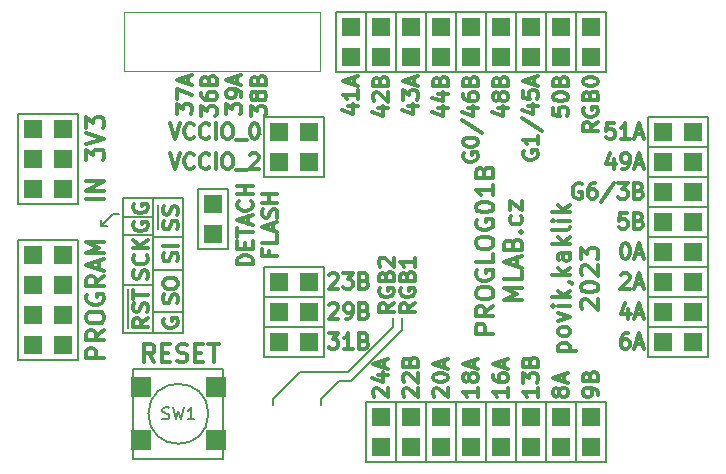
<source format=gbr>
%TF.GenerationSoftware,KiCad,Pcbnew,6.0.10+dfsg-1~bpo11+1*%
%TF.CreationDate,2023-02-19T23:29:16+00:00*%
%TF.ProjectId,PROGLOG01,50524f47-4c4f-4473-9031-2e6b69636164,B*%
%TF.SameCoordinates,Original*%
%TF.FileFunction,Legend,Top*%
%TF.FilePolarity,Positive*%
%FSLAX46Y46*%
G04 Gerber Fmt 4.6, Leading zero omitted, Abs format (unit mm)*
G04 Created by KiCad (PCBNEW 6.0.10+dfsg-1~bpo11+1) date 2023-02-19 23:29:16*
%MOMM*%
%LPD*%
G01*
G04 APERTURE LIST*
%ADD10C,0.200000*%
%ADD11C,0.300000*%
%ADD12C,0.203200*%
%ADD13C,0.050000*%
%ADD14C,0.150000*%
%ADD15C,0.127000*%
%ADD16C,0.120000*%
%ADD17R,1.524000X1.524000*%
%ADD18R,1.676400X1.676400*%
G04 APERTURE END LIST*
D10*
X169926000Y-125730000D02*
X167386000Y-125730000D01*
X190246000Y-129286000D02*
X190246000Y-128524000D01*
X182626000Y-133096000D02*
X182372000Y-133096000D01*
X186436000Y-133096000D02*
X190246000Y-129286000D01*
X182626000Y-133096000D02*
X186182000Y-133096000D01*
X172466000Y-124460000D02*
X169926000Y-124460000D01*
X172466000Y-118364000D02*
X169926000Y-118364000D01*
X169926000Y-118364000D02*
X167386000Y-118364000D01*
X167767000Y-129413000D02*
X167767000Y-126111000D01*
X186690000Y-133858000D02*
X191008000Y-129540000D01*
X191008000Y-129540000D02*
X191008000Y-128524000D01*
X169926000Y-129794000D02*
X169926000Y-118364000D01*
X170307000Y-121031000D02*
X170307000Y-118999000D01*
X186182000Y-133096000D02*
X186436000Y-133096000D01*
X185674000Y-133858000D02*
X184150000Y-135382000D01*
X167386000Y-129794000D02*
X172466000Y-129794000D01*
X169926000Y-120015000D02*
X167386000Y-120015000D01*
X172466000Y-129794000D02*
X172466000Y-118364000D01*
X165481000Y-120777000D02*
X165989000Y-120777000D01*
X166497000Y-119761000D02*
X165481000Y-120777000D01*
X182372000Y-133096000D02*
X180086000Y-135382000D01*
X184150000Y-135382000D02*
X184150000Y-135890000D01*
X165481000Y-120396000D02*
X165481000Y-120269000D01*
X166497000Y-119761000D02*
X167005000Y-119761000D01*
X165989000Y-120777000D02*
X165481000Y-120777000D01*
X167386000Y-118364000D02*
X167386000Y-129794000D01*
X180086000Y-135382000D02*
X180086000Y-135890000D01*
X172466000Y-128016000D02*
X169926000Y-128016000D01*
X185674000Y-133858000D02*
X186690000Y-133858000D01*
X172466000Y-121666000D02*
X169926000Y-121666000D01*
X165481000Y-120777000D02*
X165481000Y-120396000D01*
X169926000Y-121539000D02*
X167386000Y-121539000D01*
D11*
X199111428Y-110800523D02*
X199978095Y-110800523D01*
X198616190Y-111110047D02*
X199544761Y-111419571D01*
X199544761Y-110614809D01*
X199235238Y-109933857D02*
X199173333Y-110057666D01*
X199111428Y-110119571D01*
X198987619Y-110181476D01*
X198925714Y-110181476D01*
X198801904Y-110119571D01*
X198740000Y-110057666D01*
X198678095Y-109933857D01*
X198678095Y-109686238D01*
X198740000Y-109562428D01*
X198801904Y-109500523D01*
X198925714Y-109438619D01*
X198987619Y-109438619D01*
X199111428Y-109500523D01*
X199173333Y-109562428D01*
X199235238Y-109686238D01*
X199235238Y-109933857D01*
X199297142Y-110057666D01*
X199359047Y-110119571D01*
X199482857Y-110181476D01*
X199730476Y-110181476D01*
X199854285Y-110119571D01*
X199916190Y-110057666D01*
X199978095Y-109933857D01*
X199978095Y-109686238D01*
X199916190Y-109562428D01*
X199854285Y-109500523D01*
X199730476Y-109438619D01*
X199482857Y-109438619D01*
X199359047Y-109500523D01*
X199297142Y-109562428D01*
X199235238Y-109686238D01*
X199297142Y-108448142D02*
X199359047Y-108262428D01*
X199420952Y-108200523D01*
X199544761Y-108138619D01*
X199730476Y-108138619D01*
X199854285Y-108200523D01*
X199916190Y-108262428D01*
X199978095Y-108386238D01*
X199978095Y-108881476D01*
X198678095Y-108881476D01*
X198678095Y-108448142D01*
X198740000Y-108324333D01*
X198801904Y-108262428D01*
X198925714Y-108200523D01*
X199049523Y-108200523D01*
X199173333Y-108262428D01*
X199235238Y-108324333D01*
X199297142Y-108448142D01*
X199297142Y-108881476D01*
X204211071Y-131364857D02*
X205711071Y-131364857D01*
X204282500Y-131364857D02*
X204211071Y-131222000D01*
X204211071Y-130936285D01*
X204282500Y-130793428D01*
X204353928Y-130722000D01*
X204496785Y-130650571D01*
X204925357Y-130650571D01*
X205068214Y-130722000D01*
X205139642Y-130793428D01*
X205211071Y-130936285D01*
X205211071Y-131222000D01*
X205139642Y-131364857D01*
X205211071Y-129793428D02*
X205139642Y-129936285D01*
X205068214Y-130007714D01*
X204925357Y-130079142D01*
X204496785Y-130079142D01*
X204353928Y-130007714D01*
X204282500Y-129936285D01*
X204211071Y-129793428D01*
X204211071Y-129579142D01*
X204282500Y-129436285D01*
X204353928Y-129364857D01*
X204496785Y-129293428D01*
X204925357Y-129293428D01*
X205068214Y-129364857D01*
X205139642Y-129436285D01*
X205211071Y-129579142D01*
X205211071Y-129793428D01*
X204211071Y-128793428D02*
X205211071Y-128436285D01*
X204211071Y-128079142D01*
X205211071Y-127507714D02*
X204211071Y-127507714D01*
X203711071Y-127507714D02*
X203782500Y-127579142D01*
X203853928Y-127507714D01*
X203782500Y-127436285D01*
X203711071Y-127507714D01*
X203853928Y-127507714D01*
X205211071Y-126793428D02*
X203711071Y-126793428D01*
X204639642Y-126650571D02*
X205211071Y-126222000D01*
X204211071Y-126222000D02*
X204782500Y-126793428D01*
X205139642Y-125507714D02*
X205211071Y-125507714D01*
X205353928Y-125579142D01*
X205425357Y-125650571D01*
X205211071Y-124864857D02*
X203711071Y-124864857D01*
X204639642Y-124722000D02*
X205211071Y-124293428D01*
X204211071Y-124293428D02*
X204782500Y-124864857D01*
X205211071Y-123007714D02*
X204425357Y-123007714D01*
X204282500Y-123079142D01*
X204211071Y-123222000D01*
X204211071Y-123507714D01*
X204282500Y-123650571D01*
X205139642Y-123007714D02*
X205211071Y-123150571D01*
X205211071Y-123507714D01*
X205139642Y-123650571D01*
X204996785Y-123722000D01*
X204853928Y-123722000D01*
X204711071Y-123650571D01*
X204639642Y-123507714D01*
X204639642Y-123150571D01*
X204568214Y-123007714D01*
X205211071Y-122293428D02*
X203711071Y-122293428D01*
X204639642Y-122150571D02*
X205211071Y-121722000D01*
X204211071Y-121722000D02*
X204782500Y-122293428D01*
X205211071Y-120864857D02*
X205139642Y-121007714D01*
X204996785Y-121079142D01*
X203711071Y-121079142D01*
X205211071Y-120293428D02*
X204211071Y-120293428D01*
X203711071Y-120293428D02*
X203782500Y-120364857D01*
X203853928Y-120293428D01*
X203782500Y-120222000D01*
X203711071Y-120293428D01*
X203853928Y-120293428D01*
X205211071Y-119579142D02*
X203711071Y-119579142D01*
X204639642Y-119436285D02*
X205211071Y-119007714D01*
X204211071Y-119007714D02*
X204782500Y-119579142D01*
X206268928Y-127793428D02*
X206197500Y-127722000D01*
X206126071Y-127579142D01*
X206126071Y-127222000D01*
X206197500Y-127079142D01*
X206268928Y-127007714D01*
X206411785Y-126936285D01*
X206554642Y-126936285D01*
X206768928Y-127007714D01*
X207626071Y-127864857D01*
X207626071Y-126936285D01*
X206126071Y-126007714D02*
X206126071Y-125864857D01*
X206197500Y-125722000D01*
X206268928Y-125650571D01*
X206411785Y-125579142D01*
X206697500Y-125507714D01*
X207054642Y-125507714D01*
X207340357Y-125579142D01*
X207483214Y-125650571D01*
X207554642Y-125722000D01*
X207626071Y-125864857D01*
X207626071Y-126007714D01*
X207554642Y-126150571D01*
X207483214Y-126222000D01*
X207340357Y-126293428D01*
X207054642Y-126364857D01*
X206697500Y-126364857D01*
X206411785Y-126293428D01*
X206268928Y-126222000D01*
X206197500Y-126150571D01*
X206126071Y-126007714D01*
X206268928Y-124936285D02*
X206197500Y-124864857D01*
X206126071Y-124722000D01*
X206126071Y-124364857D01*
X206197500Y-124222000D01*
X206268928Y-124150571D01*
X206411785Y-124079142D01*
X206554642Y-124079142D01*
X206768928Y-124150571D01*
X207626071Y-125007714D01*
X207626071Y-124079142D01*
X206126071Y-123579142D02*
X206126071Y-122650571D01*
X206697500Y-123150571D01*
X206697500Y-122936285D01*
X206768928Y-122793428D01*
X206840357Y-122722000D01*
X206983214Y-122650571D01*
X207340357Y-122650571D01*
X207483214Y-122722000D01*
X207554642Y-122793428D01*
X207626071Y-122936285D01*
X207626071Y-123364857D01*
X207554642Y-123507714D01*
X207483214Y-123579142D01*
X208979095Y-112064095D02*
X208360047Y-112064095D01*
X208298142Y-112683142D01*
X208360047Y-112621238D01*
X208483857Y-112559333D01*
X208793380Y-112559333D01*
X208917190Y-112621238D01*
X208979095Y-112683142D01*
X209041000Y-112806952D01*
X209041000Y-113116476D01*
X208979095Y-113240285D01*
X208917190Y-113302190D01*
X208793380Y-113364095D01*
X208483857Y-113364095D01*
X208360047Y-113302190D01*
X208298142Y-113240285D01*
X210279095Y-113364095D02*
X209536238Y-113364095D01*
X209907666Y-113364095D02*
X209907666Y-112064095D01*
X209783857Y-112249809D01*
X209660047Y-112373619D01*
X209536238Y-112435523D01*
X210774333Y-112992666D02*
X211393380Y-112992666D01*
X210650523Y-113364095D02*
X211083857Y-112064095D01*
X211517190Y-113364095D01*
X184784714Y-129844095D02*
X185589476Y-129844095D01*
X185156142Y-130339333D01*
X185341857Y-130339333D01*
X185465666Y-130401238D01*
X185527571Y-130463142D01*
X185589476Y-130586952D01*
X185589476Y-130896476D01*
X185527571Y-131020285D01*
X185465666Y-131082190D01*
X185341857Y-131144095D01*
X184970428Y-131144095D01*
X184846619Y-131082190D01*
X184784714Y-131020285D01*
X186827571Y-131144095D02*
X186084714Y-131144095D01*
X186456142Y-131144095D02*
X186456142Y-129844095D01*
X186332333Y-130029809D01*
X186208523Y-130153619D01*
X186084714Y-130215523D01*
X187818047Y-130463142D02*
X188003761Y-130525047D01*
X188065666Y-130586952D01*
X188127571Y-130710761D01*
X188127571Y-130896476D01*
X188065666Y-131020285D01*
X188003761Y-131082190D01*
X187879952Y-131144095D01*
X187384714Y-131144095D01*
X187384714Y-129844095D01*
X187818047Y-129844095D01*
X187941857Y-129906000D01*
X188003761Y-129967904D01*
X188065666Y-130091714D01*
X188065666Y-130215523D01*
X188003761Y-130339333D01*
X187941857Y-130401238D01*
X187818047Y-130463142D01*
X187384714Y-130463142D01*
X210031476Y-119684095D02*
X209412428Y-119684095D01*
X209350523Y-120303142D01*
X209412428Y-120241238D01*
X209536238Y-120179333D01*
X209845761Y-120179333D01*
X209969571Y-120241238D01*
X210031476Y-120303142D01*
X210093380Y-120426952D01*
X210093380Y-120736476D01*
X210031476Y-120860285D01*
X209969571Y-120922190D01*
X209845761Y-120984095D01*
X209536238Y-120984095D01*
X209412428Y-120922190D01*
X209350523Y-120860285D01*
X211083857Y-120303142D02*
X211269571Y-120365047D01*
X211331476Y-120426952D01*
X211393380Y-120550761D01*
X211393380Y-120736476D01*
X211331476Y-120860285D01*
X211269571Y-120922190D01*
X211145761Y-120984095D01*
X210650523Y-120984095D01*
X210650523Y-119684095D01*
X211083857Y-119684095D01*
X211207666Y-119746000D01*
X211269571Y-119807904D01*
X211331476Y-119931714D01*
X211331476Y-120055523D01*
X211269571Y-120179333D01*
X211207666Y-120241238D01*
X211083857Y-120303142D01*
X210650523Y-120303142D01*
X210155285Y-129844095D02*
X209907666Y-129844095D01*
X209783857Y-129906000D01*
X209721952Y-129967904D01*
X209598142Y-130153619D01*
X209536238Y-130401238D01*
X209536238Y-130896476D01*
X209598142Y-131020285D01*
X209660047Y-131082190D01*
X209783857Y-131144095D01*
X210031476Y-131144095D01*
X210155285Y-131082190D01*
X210217190Y-131020285D01*
X210279095Y-130896476D01*
X210279095Y-130586952D01*
X210217190Y-130463142D01*
X210155285Y-130401238D01*
X210031476Y-130339333D01*
X209783857Y-130339333D01*
X209660047Y-130401238D01*
X209598142Y-130463142D01*
X209536238Y-130586952D01*
X210774333Y-130772666D02*
X211393380Y-130772666D01*
X210650523Y-131144095D02*
X211083857Y-129844095D01*
X211517190Y-131144095D01*
X184846619Y-124887904D02*
X184908523Y-124826000D01*
X185032333Y-124764095D01*
X185341857Y-124764095D01*
X185465666Y-124826000D01*
X185527571Y-124887904D01*
X185589476Y-125011714D01*
X185589476Y-125135523D01*
X185527571Y-125321238D01*
X184784714Y-126064095D01*
X185589476Y-126064095D01*
X186022809Y-124764095D02*
X186827571Y-124764095D01*
X186394238Y-125259333D01*
X186579952Y-125259333D01*
X186703761Y-125321238D01*
X186765666Y-125383142D01*
X186827571Y-125506952D01*
X186827571Y-125816476D01*
X186765666Y-125940285D01*
X186703761Y-126002190D01*
X186579952Y-126064095D01*
X186208523Y-126064095D01*
X186084714Y-126002190D01*
X186022809Y-125940285D01*
X187818047Y-125383142D02*
X188003761Y-125445047D01*
X188065666Y-125506952D01*
X188127571Y-125630761D01*
X188127571Y-125816476D01*
X188065666Y-125940285D01*
X188003761Y-126002190D01*
X187879952Y-126064095D01*
X187384714Y-126064095D01*
X187384714Y-124764095D01*
X187818047Y-124764095D01*
X187941857Y-124826000D01*
X188003761Y-124887904D01*
X188065666Y-125011714D01*
X188065666Y-125135523D01*
X188003761Y-125259333D01*
X187941857Y-125321238D01*
X187818047Y-125383142D01*
X187384714Y-125383142D01*
X191491428Y-110614809D02*
X192358095Y-110614809D01*
X190996190Y-110924333D02*
X191924761Y-111233857D01*
X191924761Y-110429095D01*
X191058095Y-110057666D02*
X191058095Y-109252904D01*
X191553333Y-109686238D01*
X191553333Y-109500523D01*
X191615238Y-109376714D01*
X191677142Y-109314809D01*
X191800952Y-109252904D01*
X192110476Y-109252904D01*
X192234285Y-109314809D01*
X192296190Y-109376714D01*
X192358095Y-109500523D01*
X192358095Y-109871952D01*
X192296190Y-109995761D01*
X192234285Y-110057666D01*
X191986666Y-108757666D02*
X191986666Y-108138619D01*
X192358095Y-108881476D02*
X191058095Y-108448142D01*
X192358095Y-108014809D01*
X165778571Y-131928571D02*
X164278571Y-131928571D01*
X164278571Y-131357142D01*
X164350000Y-131214285D01*
X164421428Y-131142857D01*
X164564285Y-131071428D01*
X164778571Y-131071428D01*
X164921428Y-131142857D01*
X164992857Y-131214285D01*
X165064285Y-131357142D01*
X165064285Y-131928571D01*
X165778571Y-129571428D02*
X165064285Y-130071428D01*
X165778571Y-130428571D02*
X164278571Y-130428571D01*
X164278571Y-129857142D01*
X164350000Y-129714285D01*
X164421428Y-129642857D01*
X164564285Y-129571428D01*
X164778571Y-129571428D01*
X164921428Y-129642857D01*
X164992857Y-129714285D01*
X165064285Y-129857142D01*
X165064285Y-130428571D01*
X164278571Y-128642857D02*
X164278571Y-128357142D01*
X164350000Y-128214285D01*
X164492857Y-128071428D01*
X164778571Y-128000000D01*
X165278571Y-128000000D01*
X165564285Y-128071428D01*
X165707142Y-128214285D01*
X165778571Y-128357142D01*
X165778571Y-128642857D01*
X165707142Y-128785714D01*
X165564285Y-128928571D01*
X165278571Y-129000000D01*
X164778571Y-129000000D01*
X164492857Y-128928571D01*
X164350000Y-128785714D01*
X164278571Y-128642857D01*
X164350000Y-126571428D02*
X164278571Y-126714285D01*
X164278571Y-126928571D01*
X164350000Y-127142857D01*
X164492857Y-127285714D01*
X164635714Y-127357142D01*
X164921428Y-127428571D01*
X165135714Y-127428571D01*
X165421428Y-127357142D01*
X165564285Y-127285714D01*
X165707142Y-127142857D01*
X165778571Y-126928571D01*
X165778571Y-126785714D01*
X165707142Y-126571428D01*
X165635714Y-126500000D01*
X165135714Y-126500000D01*
X165135714Y-126785714D01*
X165778571Y-125000000D02*
X165064285Y-125500000D01*
X165778571Y-125857142D02*
X164278571Y-125857142D01*
X164278571Y-125285714D01*
X164350000Y-125142857D01*
X164421428Y-125071428D01*
X164564285Y-125000000D01*
X164778571Y-125000000D01*
X164921428Y-125071428D01*
X164992857Y-125142857D01*
X165064285Y-125285714D01*
X165064285Y-125857142D01*
X165350000Y-124428571D02*
X165350000Y-123714285D01*
X165778571Y-124571428D02*
X164278571Y-124071428D01*
X165778571Y-123571428D01*
X165778571Y-123071428D02*
X164278571Y-123071428D01*
X165350000Y-122571428D01*
X164278571Y-122071428D01*
X165778571Y-122071428D01*
X171916595Y-111232261D02*
X171916595Y-110427500D01*
X172411833Y-110860833D01*
X172411833Y-110675119D01*
X172473738Y-110551309D01*
X172535642Y-110489404D01*
X172659452Y-110427500D01*
X172968976Y-110427500D01*
X173092785Y-110489404D01*
X173154690Y-110551309D01*
X173216595Y-110675119D01*
X173216595Y-111046547D01*
X173154690Y-111170357D01*
X173092785Y-111232261D01*
X171916595Y-109994166D02*
X171916595Y-109127500D01*
X173216595Y-109684642D01*
X172845166Y-108694166D02*
X172845166Y-108075119D01*
X173216595Y-108817976D02*
X171916595Y-108384642D01*
X173216595Y-107951309D01*
X174009595Y-111417976D02*
X174009595Y-110613214D01*
X174504833Y-111046547D01*
X174504833Y-110860833D01*
X174566738Y-110737023D01*
X174628642Y-110675119D01*
X174752452Y-110613214D01*
X175061976Y-110613214D01*
X175185785Y-110675119D01*
X175247690Y-110737023D01*
X175309595Y-110860833D01*
X175309595Y-111232261D01*
X175247690Y-111356071D01*
X175185785Y-111417976D01*
X174009595Y-109498928D02*
X174009595Y-109746547D01*
X174071500Y-109870357D01*
X174133404Y-109932261D01*
X174319119Y-110056071D01*
X174566738Y-110117976D01*
X175061976Y-110117976D01*
X175185785Y-110056071D01*
X175247690Y-109994166D01*
X175309595Y-109870357D01*
X175309595Y-109622738D01*
X175247690Y-109498928D01*
X175185785Y-109437023D01*
X175061976Y-109375119D01*
X174752452Y-109375119D01*
X174628642Y-109437023D01*
X174566738Y-109498928D01*
X174504833Y-109622738D01*
X174504833Y-109870357D01*
X174566738Y-109994166D01*
X174628642Y-110056071D01*
X174752452Y-110117976D01*
X174628642Y-108384642D02*
X174690547Y-108198928D01*
X174752452Y-108137023D01*
X174876261Y-108075119D01*
X175061976Y-108075119D01*
X175185785Y-108137023D01*
X175247690Y-108198928D01*
X175309595Y-108322738D01*
X175309595Y-108817976D01*
X174009595Y-108817976D01*
X174009595Y-108384642D01*
X174071500Y-108260833D01*
X174133404Y-108198928D01*
X174257214Y-108137023D01*
X174381023Y-108137023D01*
X174504833Y-108198928D01*
X174566738Y-108260833D01*
X174628642Y-108384642D01*
X174628642Y-108817976D01*
X176102595Y-111232261D02*
X176102595Y-110427500D01*
X176597833Y-110860833D01*
X176597833Y-110675119D01*
X176659738Y-110551309D01*
X176721642Y-110489404D01*
X176845452Y-110427500D01*
X177154976Y-110427500D01*
X177278785Y-110489404D01*
X177340690Y-110551309D01*
X177402595Y-110675119D01*
X177402595Y-111046547D01*
X177340690Y-111170357D01*
X177278785Y-111232261D01*
X177402595Y-109808452D02*
X177402595Y-109560833D01*
X177340690Y-109437023D01*
X177278785Y-109375119D01*
X177093071Y-109251309D01*
X176845452Y-109189404D01*
X176350214Y-109189404D01*
X176226404Y-109251309D01*
X176164500Y-109313214D01*
X176102595Y-109437023D01*
X176102595Y-109684642D01*
X176164500Y-109808452D01*
X176226404Y-109870357D01*
X176350214Y-109932261D01*
X176659738Y-109932261D01*
X176783547Y-109870357D01*
X176845452Y-109808452D01*
X176907357Y-109684642D01*
X176907357Y-109437023D01*
X176845452Y-109313214D01*
X176783547Y-109251309D01*
X176659738Y-109189404D01*
X177031166Y-108694166D02*
X177031166Y-108075119D01*
X177402595Y-108817976D02*
X176102595Y-108384642D01*
X177402595Y-107951309D01*
X178195595Y-111417976D02*
X178195595Y-110613214D01*
X178690833Y-111046547D01*
X178690833Y-110860833D01*
X178752738Y-110737023D01*
X178814642Y-110675119D01*
X178938452Y-110613214D01*
X179247976Y-110613214D01*
X179371785Y-110675119D01*
X179433690Y-110737023D01*
X179495595Y-110860833D01*
X179495595Y-111232261D01*
X179433690Y-111356071D01*
X179371785Y-111417976D01*
X178752738Y-109870357D02*
X178690833Y-109994166D01*
X178628928Y-110056071D01*
X178505119Y-110117976D01*
X178443214Y-110117976D01*
X178319404Y-110056071D01*
X178257500Y-109994166D01*
X178195595Y-109870357D01*
X178195595Y-109622738D01*
X178257500Y-109498928D01*
X178319404Y-109437023D01*
X178443214Y-109375119D01*
X178505119Y-109375119D01*
X178628928Y-109437023D01*
X178690833Y-109498928D01*
X178752738Y-109622738D01*
X178752738Y-109870357D01*
X178814642Y-109994166D01*
X178876547Y-110056071D01*
X179000357Y-110117976D01*
X179247976Y-110117976D01*
X179371785Y-110056071D01*
X179433690Y-109994166D01*
X179495595Y-109870357D01*
X179495595Y-109622738D01*
X179433690Y-109498928D01*
X179371785Y-109437023D01*
X179247976Y-109375119D01*
X179000357Y-109375119D01*
X178876547Y-109437023D01*
X178814642Y-109498928D01*
X178752738Y-109622738D01*
X178814642Y-108384642D02*
X178876547Y-108198928D01*
X178938452Y-108137023D01*
X179062261Y-108075119D01*
X179247976Y-108075119D01*
X179371785Y-108137023D01*
X179433690Y-108198928D01*
X179495595Y-108322738D01*
X179495595Y-108817976D01*
X178195595Y-108817976D01*
X178195595Y-108384642D01*
X178257500Y-108260833D01*
X178319404Y-108198928D01*
X178443214Y-108137023D01*
X178567023Y-108137023D01*
X178690833Y-108198928D01*
X178752738Y-108260833D01*
X178814642Y-108384642D01*
X178814642Y-108817976D01*
X188641904Y-135193380D02*
X188580000Y-135131476D01*
X188518095Y-135007666D01*
X188518095Y-134698142D01*
X188580000Y-134574333D01*
X188641904Y-134512428D01*
X188765714Y-134450523D01*
X188889523Y-134450523D01*
X189075238Y-134512428D01*
X189818095Y-135255285D01*
X189818095Y-134450523D01*
X188951428Y-133336238D02*
X189818095Y-133336238D01*
X188456190Y-133645761D02*
X189384761Y-133955285D01*
X189384761Y-133150523D01*
X189446666Y-132717190D02*
X189446666Y-132098142D01*
X189818095Y-132841000D02*
X188518095Y-132407666D01*
X189818095Y-131974333D01*
X204315238Y-134945761D02*
X204253333Y-135069571D01*
X204191428Y-135131476D01*
X204067619Y-135193380D01*
X204005714Y-135193380D01*
X203881904Y-135131476D01*
X203820000Y-135069571D01*
X203758095Y-134945761D01*
X203758095Y-134698142D01*
X203820000Y-134574333D01*
X203881904Y-134512428D01*
X204005714Y-134450523D01*
X204067619Y-134450523D01*
X204191428Y-134512428D01*
X204253333Y-134574333D01*
X204315238Y-134698142D01*
X204315238Y-134945761D01*
X204377142Y-135069571D01*
X204439047Y-135131476D01*
X204562857Y-135193380D01*
X204810476Y-135193380D01*
X204934285Y-135131476D01*
X204996190Y-135069571D01*
X205058095Y-134945761D01*
X205058095Y-134698142D01*
X204996190Y-134574333D01*
X204934285Y-134512428D01*
X204810476Y-134450523D01*
X204562857Y-134450523D01*
X204439047Y-134512428D01*
X204377142Y-134574333D01*
X204315238Y-134698142D01*
X204686666Y-133955285D02*
X204686666Y-133336238D01*
X205058095Y-134079095D02*
X203758095Y-133645761D01*
X205058095Y-133212428D01*
X209536238Y-124887904D02*
X209598142Y-124826000D01*
X209721952Y-124764095D01*
X210031476Y-124764095D01*
X210155285Y-124826000D01*
X210217190Y-124887904D01*
X210279095Y-125011714D01*
X210279095Y-125135523D01*
X210217190Y-125321238D01*
X209474333Y-126064095D01*
X210279095Y-126064095D01*
X210774333Y-125692666D02*
X211393380Y-125692666D01*
X210650523Y-126064095D02*
X211083857Y-124764095D01*
X211517190Y-126064095D01*
X171976190Y-123743952D02*
X172038095Y-123558238D01*
X172038095Y-123248714D01*
X171976190Y-123124904D01*
X171914285Y-123063000D01*
X171790476Y-123001095D01*
X171666666Y-123001095D01*
X171542857Y-123063000D01*
X171480952Y-123124904D01*
X171419047Y-123248714D01*
X171357142Y-123496333D01*
X171295238Y-123620142D01*
X171233333Y-123682047D01*
X171109523Y-123743952D01*
X170985714Y-123743952D01*
X170861904Y-123682047D01*
X170800000Y-123620142D01*
X170738095Y-123496333D01*
X170738095Y-123186809D01*
X170800000Y-123001095D01*
X172038095Y-122443952D02*
X170738095Y-122443952D01*
X171329000Y-112064095D02*
X171762333Y-113364095D01*
X172195666Y-112064095D01*
X173371857Y-113240285D02*
X173309952Y-113302190D01*
X173124238Y-113364095D01*
X173000428Y-113364095D01*
X172814714Y-113302190D01*
X172690904Y-113178380D01*
X172629000Y-113054571D01*
X172567095Y-112806952D01*
X172567095Y-112621238D01*
X172629000Y-112373619D01*
X172690904Y-112249809D01*
X172814714Y-112126000D01*
X173000428Y-112064095D01*
X173124238Y-112064095D01*
X173309952Y-112126000D01*
X173371857Y-112187904D01*
X174671857Y-113240285D02*
X174609952Y-113302190D01*
X174424238Y-113364095D01*
X174300428Y-113364095D01*
X174114714Y-113302190D01*
X173990904Y-113178380D01*
X173929000Y-113054571D01*
X173867095Y-112806952D01*
X173867095Y-112621238D01*
X173929000Y-112373619D01*
X173990904Y-112249809D01*
X174114714Y-112126000D01*
X174300428Y-112064095D01*
X174424238Y-112064095D01*
X174609952Y-112126000D01*
X174671857Y-112187904D01*
X175229000Y-113364095D02*
X175229000Y-112064095D01*
X176095666Y-112064095D02*
X176343285Y-112064095D01*
X176467095Y-112126000D01*
X176590904Y-112249809D01*
X176652809Y-112497428D01*
X176652809Y-112930761D01*
X176590904Y-113178380D01*
X176467095Y-113302190D01*
X176343285Y-113364095D01*
X176095666Y-113364095D01*
X175971857Y-113302190D01*
X175848047Y-113178380D01*
X175786142Y-112930761D01*
X175786142Y-112497428D01*
X175848047Y-112249809D01*
X175971857Y-112126000D01*
X176095666Y-112064095D01*
X176900428Y-113487904D02*
X177890904Y-113487904D01*
X178448047Y-112064095D02*
X178571857Y-112064095D01*
X178695666Y-112126000D01*
X178757571Y-112187904D01*
X178819476Y-112311714D01*
X178881380Y-112559333D01*
X178881380Y-112868857D01*
X178819476Y-113116476D01*
X178757571Y-113240285D01*
X178695666Y-113302190D01*
X178571857Y-113364095D01*
X178448047Y-113364095D01*
X178324238Y-113302190D01*
X178262333Y-113240285D01*
X178200428Y-113116476D01*
X178138523Y-112868857D01*
X178138523Y-112559333D01*
X178200428Y-112311714D01*
X178262333Y-112187904D01*
X178324238Y-112126000D01*
X178448047Y-112064095D01*
X165778571Y-118490571D02*
X164278571Y-118490571D01*
X165778571Y-117776285D02*
X164278571Y-117776285D01*
X165778571Y-116919142D01*
X164278571Y-116919142D01*
X164278571Y-115204857D02*
X164278571Y-114276285D01*
X164850000Y-114776285D01*
X164850000Y-114562000D01*
X164921428Y-114419142D01*
X164992857Y-114347714D01*
X165135714Y-114276285D01*
X165492857Y-114276285D01*
X165635714Y-114347714D01*
X165707142Y-114419142D01*
X165778571Y-114562000D01*
X165778571Y-114990571D01*
X165707142Y-115133428D01*
X165635714Y-115204857D01*
X164278571Y-113847714D02*
X165778571Y-113347714D01*
X164278571Y-112847714D01*
X164278571Y-112490571D02*
X164278571Y-111562000D01*
X164850000Y-112062000D01*
X164850000Y-111847714D01*
X164921428Y-111704857D01*
X164992857Y-111633428D01*
X165135714Y-111562000D01*
X165492857Y-111562000D01*
X165635714Y-111633428D01*
X165707142Y-111704857D01*
X165778571Y-111847714D01*
X165778571Y-112276285D01*
X165707142Y-112419142D01*
X165635714Y-112490571D01*
X207598095Y-111976714D02*
X206979047Y-112410047D01*
X207598095Y-112719571D02*
X206298095Y-112719571D01*
X206298095Y-112224333D01*
X206360000Y-112100523D01*
X206421904Y-112038619D01*
X206545714Y-111976714D01*
X206731428Y-111976714D01*
X206855238Y-112038619D01*
X206917142Y-112100523D01*
X206979047Y-112224333D01*
X206979047Y-112719571D01*
X206360000Y-110738619D02*
X206298095Y-110862428D01*
X206298095Y-111048142D01*
X206360000Y-111233857D01*
X206483809Y-111357666D01*
X206607619Y-111419571D01*
X206855238Y-111481476D01*
X207040952Y-111481476D01*
X207288571Y-111419571D01*
X207412380Y-111357666D01*
X207536190Y-111233857D01*
X207598095Y-111048142D01*
X207598095Y-110924333D01*
X207536190Y-110738619D01*
X207474285Y-110676714D01*
X207040952Y-110676714D01*
X207040952Y-110924333D01*
X206917142Y-109686238D02*
X206979047Y-109500523D01*
X207040952Y-109438619D01*
X207164761Y-109376714D01*
X207350476Y-109376714D01*
X207474285Y-109438619D01*
X207536190Y-109500523D01*
X207598095Y-109624333D01*
X207598095Y-110119571D01*
X206298095Y-110119571D01*
X206298095Y-109686238D01*
X206360000Y-109562428D01*
X206421904Y-109500523D01*
X206545714Y-109438619D01*
X206669523Y-109438619D01*
X206793333Y-109500523D01*
X206855238Y-109562428D01*
X206917142Y-109686238D01*
X206917142Y-110119571D01*
X206298095Y-108571952D02*
X206298095Y-108448142D01*
X206360000Y-108324333D01*
X206421904Y-108262428D01*
X206545714Y-108200523D01*
X206793333Y-108138619D01*
X207102857Y-108138619D01*
X207350476Y-108200523D01*
X207474285Y-108262428D01*
X207536190Y-108324333D01*
X207598095Y-108448142D01*
X207598095Y-108571952D01*
X207536190Y-108695761D01*
X207474285Y-108757666D01*
X207350476Y-108819571D01*
X207102857Y-108881476D01*
X206793333Y-108881476D01*
X206545714Y-108819571D01*
X206421904Y-108757666D01*
X206360000Y-108695761D01*
X206298095Y-108571952D01*
X199978095Y-134450523D02*
X199978095Y-135193380D01*
X199978095Y-134821952D02*
X198678095Y-134821952D01*
X198863809Y-134945761D01*
X198987619Y-135069571D01*
X199049523Y-135193380D01*
X198678095Y-133336238D02*
X198678095Y-133583857D01*
X198740000Y-133707666D01*
X198801904Y-133769571D01*
X198987619Y-133893380D01*
X199235238Y-133955285D01*
X199730476Y-133955285D01*
X199854285Y-133893380D01*
X199916190Y-133831476D01*
X199978095Y-133707666D01*
X199978095Y-133460047D01*
X199916190Y-133336238D01*
X199854285Y-133274333D01*
X199730476Y-133212428D01*
X199420952Y-133212428D01*
X199297142Y-133274333D01*
X199235238Y-133336238D01*
X199173333Y-133460047D01*
X199173333Y-133707666D01*
X199235238Y-133831476D01*
X199297142Y-133893380D01*
X199420952Y-133955285D01*
X199606666Y-132717190D02*
X199606666Y-132098142D01*
X199978095Y-132841000D02*
X198678095Y-132407666D01*
X199978095Y-131974333D01*
X207598095Y-135069571D02*
X207598095Y-134821952D01*
X207536190Y-134698142D01*
X207474285Y-134636238D01*
X207288571Y-134512428D01*
X207040952Y-134450523D01*
X206545714Y-134450523D01*
X206421904Y-134512428D01*
X206360000Y-134574333D01*
X206298095Y-134698142D01*
X206298095Y-134945761D01*
X206360000Y-135069571D01*
X206421904Y-135131476D01*
X206545714Y-135193380D01*
X206855238Y-135193380D01*
X206979047Y-135131476D01*
X207040952Y-135069571D01*
X207102857Y-134945761D01*
X207102857Y-134698142D01*
X207040952Y-134574333D01*
X206979047Y-134512428D01*
X206855238Y-134450523D01*
X206917142Y-133460047D02*
X206979047Y-133274333D01*
X207040952Y-133212428D01*
X207164761Y-133150523D01*
X207350476Y-133150523D01*
X207474285Y-133212428D01*
X207536190Y-133274333D01*
X207598095Y-133398142D01*
X207598095Y-133893380D01*
X206298095Y-133893380D01*
X206298095Y-133460047D01*
X206360000Y-133336238D01*
X206421904Y-133274333D01*
X206545714Y-133212428D01*
X206669523Y-133212428D01*
X206793333Y-133274333D01*
X206855238Y-133336238D01*
X206917142Y-133460047D01*
X206917142Y-133893380D01*
X198734071Y-129872500D02*
X197234071Y-129872500D01*
X197234071Y-129301071D01*
X197305500Y-129158214D01*
X197376928Y-129086785D01*
X197519785Y-129015357D01*
X197734071Y-129015357D01*
X197876928Y-129086785D01*
X197948357Y-129158214D01*
X198019785Y-129301071D01*
X198019785Y-129872500D01*
X198734071Y-127515357D02*
X198019785Y-128015357D01*
X198734071Y-128372500D02*
X197234071Y-128372500D01*
X197234071Y-127801071D01*
X197305500Y-127658214D01*
X197376928Y-127586785D01*
X197519785Y-127515357D01*
X197734071Y-127515357D01*
X197876928Y-127586785D01*
X197948357Y-127658214D01*
X198019785Y-127801071D01*
X198019785Y-128372500D01*
X197234071Y-126586785D02*
X197234071Y-126301071D01*
X197305500Y-126158214D01*
X197448357Y-126015357D01*
X197734071Y-125943928D01*
X198234071Y-125943928D01*
X198519785Y-126015357D01*
X198662642Y-126158214D01*
X198734071Y-126301071D01*
X198734071Y-126586785D01*
X198662642Y-126729642D01*
X198519785Y-126872500D01*
X198234071Y-126943928D01*
X197734071Y-126943928D01*
X197448357Y-126872500D01*
X197305500Y-126729642D01*
X197234071Y-126586785D01*
X197305500Y-124515357D02*
X197234071Y-124658214D01*
X197234071Y-124872500D01*
X197305500Y-125086785D01*
X197448357Y-125229642D01*
X197591214Y-125301071D01*
X197876928Y-125372500D01*
X198091214Y-125372500D01*
X198376928Y-125301071D01*
X198519785Y-125229642D01*
X198662642Y-125086785D01*
X198734071Y-124872500D01*
X198734071Y-124729642D01*
X198662642Y-124515357D01*
X198591214Y-124443928D01*
X198091214Y-124443928D01*
X198091214Y-124729642D01*
X198734071Y-123086785D02*
X198734071Y-123801071D01*
X197234071Y-123801071D01*
X197234071Y-122301071D02*
X197234071Y-122015357D01*
X197305500Y-121872500D01*
X197448357Y-121729642D01*
X197734071Y-121658214D01*
X198234071Y-121658214D01*
X198519785Y-121729642D01*
X198662642Y-121872500D01*
X198734071Y-122015357D01*
X198734071Y-122301071D01*
X198662642Y-122443928D01*
X198519785Y-122586785D01*
X198234071Y-122658214D01*
X197734071Y-122658214D01*
X197448357Y-122586785D01*
X197305500Y-122443928D01*
X197234071Y-122301071D01*
X197305500Y-120229642D02*
X197234071Y-120372500D01*
X197234071Y-120586785D01*
X197305500Y-120801071D01*
X197448357Y-120943928D01*
X197591214Y-121015357D01*
X197876928Y-121086785D01*
X198091214Y-121086785D01*
X198376928Y-121015357D01*
X198519785Y-120943928D01*
X198662642Y-120801071D01*
X198734071Y-120586785D01*
X198734071Y-120443928D01*
X198662642Y-120229642D01*
X198591214Y-120158214D01*
X198091214Y-120158214D01*
X198091214Y-120443928D01*
X197234071Y-119229642D02*
X197234071Y-119086785D01*
X197305500Y-118943928D01*
X197376928Y-118872500D01*
X197519785Y-118801071D01*
X197805500Y-118729642D01*
X198162642Y-118729642D01*
X198448357Y-118801071D01*
X198591214Y-118872500D01*
X198662642Y-118943928D01*
X198734071Y-119086785D01*
X198734071Y-119229642D01*
X198662642Y-119372500D01*
X198591214Y-119443928D01*
X198448357Y-119515357D01*
X198162642Y-119586785D01*
X197805500Y-119586785D01*
X197519785Y-119515357D01*
X197376928Y-119443928D01*
X197305500Y-119372500D01*
X197234071Y-119229642D01*
X198734071Y-117301071D02*
X198734071Y-118158214D01*
X198734071Y-117729642D02*
X197234071Y-117729642D01*
X197448357Y-117872500D01*
X197591214Y-118015357D01*
X197662642Y-118158214D01*
X197948357Y-116158214D02*
X198019785Y-115943928D01*
X198091214Y-115872500D01*
X198234071Y-115801071D01*
X198448357Y-115801071D01*
X198591214Y-115872500D01*
X198662642Y-115943928D01*
X198734071Y-116086785D01*
X198734071Y-116658214D01*
X197234071Y-116658214D01*
X197234071Y-116158214D01*
X197305500Y-116015357D01*
X197376928Y-115943928D01*
X197519785Y-115872500D01*
X197662642Y-115872500D01*
X197805500Y-115943928D01*
X197876928Y-116015357D01*
X197948357Y-116158214D01*
X197948357Y-116658214D01*
X201149071Y-126979642D02*
X199649071Y-126979642D01*
X200720500Y-126479642D01*
X199649071Y-125979642D01*
X201149071Y-125979642D01*
X201149071Y-124551071D02*
X201149071Y-125265357D01*
X199649071Y-125265357D01*
X200720500Y-124122500D02*
X200720500Y-123408214D01*
X201149071Y-124265357D02*
X199649071Y-123765357D01*
X201149071Y-123265357D01*
X200363357Y-122265357D02*
X200434785Y-122051071D01*
X200506214Y-121979642D01*
X200649071Y-121908214D01*
X200863357Y-121908214D01*
X201006214Y-121979642D01*
X201077642Y-122051071D01*
X201149071Y-122193928D01*
X201149071Y-122765357D01*
X199649071Y-122765357D01*
X199649071Y-122265357D01*
X199720500Y-122122500D01*
X199791928Y-122051071D01*
X199934785Y-121979642D01*
X200077642Y-121979642D01*
X200220500Y-122051071D01*
X200291928Y-122122500D01*
X200363357Y-122265357D01*
X200363357Y-122765357D01*
X201006214Y-121265357D02*
X201077642Y-121193928D01*
X201149071Y-121265357D01*
X201077642Y-121336785D01*
X201006214Y-121265357D01*
X201149071Y-121265357D01*
X201077642Y-119908214D02*
X201149071Y-120051071D01*
X201149071Y-120336785D01*
X201077642Y-120479642D01*
X201006214Y-120551071D01*
X200863357Y-120622500D01*
X200434785Y-120622500D01*
X200291928Y-120551071D01*
X200220500Y-120479642D01*
X200149071Y-120336785D01*
X200149071Y-120051071D01*
X200220500Y-119908214D01*
X200149071Y-119408214D02*
X200149071Y-118622500D01*
X201149071Y-119408214D01*
X201149071Y-118622500D01*
X197438095Y-134450523D02*
X197438095Y-135193380D01*
X197438095Y-134821952D02*
X196138095Y-134821952D01*
X196323809Y-134945761D01*
X196447619Y-135069571D01*
X196509523Y-135193380D01*
X196695238Y-133707666D02*
X196633333Y-133831476D01*
X196571428Y-133893380D01*
X196447619Y-133955285D01*
X196385714Y-133955285D01*
X196261904Y-133893380D01*
X196200000Y-133831476D01*
X196138095Y-133707666D01*
X196138095Y-133460047D01*
X196200000Y-133336238D01*
X196261904Y-133274333D01*
X196385714Y-133212428D01*
X196447619Y-133212428D01*
X196571428Y-133274333D01*
X196633333Y-133336238D01*
X196695238Y-133460047D01*
X196695238Y-133707666D01*
X196757142Y-133831476D01*
X196819047Y-133893380D01*
X196942857Y-133955285D01*
X197190476Y-133955285D01*
X197314285Y-133893380D01*
X197376190Y-133831476D01*
X197438095Y-133707666D01*
X197438095Y-133460047D01*
X197376190Y-133336238D01*
X197314285Y-133274333D01*
X197190476Y-133212428D01*
X196942857Y-133212428D01*
X196819047Y-133274333D01*
X196757142Y-133336238D01*
X196695238Y-133460047D01*
X197066666Y-132717190D02*
X197066666Y-132098142D01*
X197438095Y-132841000D02*
X196138095Y-132407666D01*
X197438095Y-131974333D01*
X210155285Y-127737428D02*
X210155285Y-128604095D01*
X209845761Y-127242190D02*
X209536238Y-128170761D01*
X210341000Y-128170761D01*
X210774333Y-128232666D02*
X211393380Y-128232666D01*
X210650523Y-128604095D02*
X211083857Y-127304095D01*
X211517190Y-128604095D01*
X171976190Y-127290380D02*
X172038095Y-127104666D01*
X172038095Y-126795142D01*
X171976190Y-126671333D01*
X171914285Y-126609428D01*
X171790476Y-126547523D01*
X171666666Y-126547523D01*
X171542857Y-126609428D01*
X171480952Y-126671333D01*
X171419047Y-126795142D01*
X171357142Y-127042761D01*
X171295238Y-127166571D01*
X171233333Y-127228476D01*
X171109523Y-127290380D01*
X170985714Y-127290380D01*
X170861904Y-127228476D01*
X170800000Y-127166571D01*
X170738095Y-127042761D01*
X170738095Y-126733238D01*
X170800000Y-126547523D01*
X170738095Y-125742761D02*
X170738095Y-125495142D01*
X170800000Y-125371333D01*
X170923809Y-125247523D01*
X171171428Y-125185619D01*
X171604761Y-125185619D01*
X171852380Y-125247523D01*
X171976190Y-125371333D01*
X172038095Y-125495142D01*
X172038095Y-125742761D01*
X171976190Y-125866571D01*
X171852380Y-125990380D01*
X171604761Y-126052285D01*
X171171428Y-126052285D01*
X170923809Y-125990380D01*
X170800000Y-125866571D01*
X170738095Y-125742761D01*
X191181904Y-135193380D02*
X191120000Y-135131476D01*
X191058095Y-135007666D01*
X191058095Y-134698142D01*
X191120000Y-134574333D01*
X191181904Y-134512428D01*
X191305714Y-134450523D01*
X191429523Y-134450523D01*
X191615238Y-134512428D01*
X192358095Y-135255285D01*
X192358095Y-134450523D01*
X191181904Y-133955285D02*
X191120000Y-133893380D01*
X191058095Y-133769571D01*
X191058095Y-133460047D01*
X191120000Y-133336238D01*
X191181904Y-133274333D01*
X191305714Y-133212428D01*
X191429523Y-133212428D01*
X191615238Y-133274333D01*
X192358095Y-134017190D01*
X192358095Y-133212428D01*
X191677142Y-132221952D02*
X191739047Y-132036238D01*
X191800952Y-131974333D01*
X191924761Y-131912428D01*
X192110476Y-131912428D01*
X192234285Y-131974333D01*
X192296190Y-132036238D01*
X192358095Y-132160047D01*
X192358095Y-132655285D01*
X191058095Y-132655285D01*
X191058095Y-132221952D01*
X191120000Y-132098142D01*
X191181904Y-132036238D01*
X191305714Y-131974333D01*
X191429523Y-131974333D01*
X191553333Y-132036238D01*
X191615238Y-132098142D01*
X191677142Y-132221952D01*
X191677142Y-132655285D01*
X178357595Y-123961904D02*
X177057595Y-123961904D01*
X177057595Y-123652380D01*
X177119500Y-123466666D01*
X177243309Y-123342857D01*
X177367119Y-123280952D01*
X177614738Y-123219047D01*
X177800452Y-123219047D01*
X178048071Y-123280952D01*
X178171880Y-123342857D01*
X178295690Y-123466666D01*
X178357595Y-123652380D01*
X178357595Y-123961904D01*
X177676642Y-122661904D02*
X177676642Y-122228571D01*
X178357595Y-122042857D02*
X178357595Y-122661904D01*
X177057595Y-122661904D01*
X177057595Y-122042857D01*
X177057595Y-121671428D02*
X177057595Y-120928571D01*
X178357595Y-121300000D02*
X177057595Y-121300000D01*
X177986166Y-120557142D02*
X177986166Y-119938095D01*
X178357595Y-120680952D02*
X177057595Y-120247619D01*
X178357595Y-119814285D01*
X178233785Y-118638095D02*
X178295690Y-118700000D01*
X178357595Y-118885714D01*
X178357595Y-119009523D01*
X178295690Y-119195238D01*
X178171880Y-119319047D01*
X178048071Y-119380952D01*
X177800452Y-119442857D01*
X177614738Y-119442857D01*
X177367119Y-119380952D01*
X177243309Y-119319047D01*
X177119500Y-119195238D01*
X177057595Y-119009523D01*
X177057595Y-118885714D01*
X177119500Y-118700000D01*
X177181404Y-118638095D01*
X178357595Y-118080952D02*
X177057595Y-118080952D01*
X177676642Y-118080952D02*
X177676642Y-117338095D01*
X178357595Y-117338095D02*
X177057595Y-117338095D01*
X179769642Y-122847619D02*
X179769642Y-123280952D01*
X180450595Y-123280952D02*
X179150595Y-123280952D01*
X179150595Y-122661904D01*
X180450595Y-121547619D02*
X180450595Y-122166666D01*
X179150595Y-122166666D01*
X180079166Y-121176190D02*
X180079166Y-120557142D01*
X180450595Y-121300000D02*
X179150595Y-120866666D01*
X180450595Y-120433333D01*
X180388690Y-120061904D02*
X180450595Y-119876190D01*
X180450595Y-119566666D01*
X180388690Y-119442857D01*
X180326785Y-119380952D01*
X180202976Y-119319047D01*
X180079166Y-119319047D01*
X179955357Y-119380952D01*
X179893452Y-119442857D01*
X179831547Y-119566666D01*
X179769642Y-119814285D01*
X179707738Y-119938095D01*
X179645833Y-120000000D01*
X179522023Y-120061904D01*
X179398214Y-120061904D01*
X179274404Y-120000000D01*
X179212500Y-119938095D01*
X179150595Y-119814285D01*
X179150595Y-119504761D01*
X179212500Y-119319047D01*
X180450595Y-118761904D02*
X179150595Y-118761904D01*
X179769642Y-118761904D02*
X179769642Y-118019047D01*
X180450595Y-118019047D02*
X179150595Y-118019047D01*
X170800000Y-128608523D02*
X170738095Y-128732333D01*
X170738095Y-128918047D01*
X170800000Y-129103761D01*
X170923809Y-129227571D01*
X171047619Y-129289476D01*
X171295238Y-129351380D01*
X171480952Y-129351380D01*
X171728571Y-129289476D01*
X171852380Y-129227571D01*
X171976190Y-129103761D01*
X172038095Y-128918047D01*
X172038095Y-128794238D01*
X171976190Y-128608523D01*
X171914285Y-128546619D01*
X171480952Y-128546619D01*
X171480952Y-128794238D01*
X202518095Y-134450523D02*
X202518095Y-135193380D01*
X202518095Y-134821952D02*
X201218095Y-134821952D01*
X201403809Y-134945761D01*
X201527619Y-135069571D01*
X201589523Y-135193380D01*
X201218095Y-134017190D02*
X201218095Y-133212428D01*
X201713333Y-133645761D01*
X201713333Y-133460047D01*
X201775238Y-133336238D01*
X201837142Y-133274333D01*
X201960952Y-133212428D01*
X202270476Y-133212428D01*
X202394285Y-133274333D01*
X202456190Y-133336238D01*
X202518095Y-133460047D01*
X202518095Y-133831476D01*
X202456190Y-133955285D01*
X202394285Y-134017190D01*
X201837142Y-132221952D02*
X201899047Y-132036238D01*
X201960952Y-131974333D01*
X202084761Y-131912428D01*
X202270476Y-131912428D01*
X202394285Y-131974333D01*
X202456190Y-132036238D01*
X202518095Y-132160047D01*
X202518095Y-132655285D01*
X201218095Y-132655285D01*
X201218095Y-132221952D01*
X201280000Y-132098142D01*
X201341904Y-132036238D01*
X201465714Y-131974333D01*
X201589523Y-131974333D01*
X201713333Y-132036238D01*
X201775238Y-132098142D01*
X201837142Y-132221952D01*
X201837142Y-132655285D01*
X184846619Y-127427904D02*
X184908523Y-127366000D01*
X185032333Y-127304095D01*
X185341857Y-127304095D01*
X185465666Y-127366000D01*
X185527571Y-127427904D01*
X185589476Y-127551714D01*
X185589476Y-127675523D01*
X185527571Y-127861238D01*
X184784714Y-128604095D01*
X185589476Y-128604095D01*
X186208523Y-128604095D02*
X186456142Y-128604095D01*
X186579952Y-128542190D01*
X186641857Y-128480285D01*
X186765666Y-128294571D01*
X186827571Y-128046952D01*
X186827571Y-127551714D01*
X186765666Y-127427904D01*
X186703761Y-127366000D01*
X186579952Y-127304095D01*
X186332333Y-127304095D01*
X186208523Y-127366000D01*
X186146619Y-127427904D01*
X186084714Y-127551714D01*
X186084714Y-127861238D01*
X186146619Y-127985047D01*
X186208523Y-128046952D01*
X186332333Y-128108857D01*
X186579952Y-128108857D01*
X186703761Y-128046952D01*
X186765666Y-127985047D01*
X186827571Y-127861238D01*
X187818047Y-127923142D02*
X188003761Y-127985047D01*
X188065666Y-128046952D01*
X188127571Y-128170761D01*
X188127571Y-128356476D01*
X188065666Y-128480285D01*
X188003761Y-128542190D01*
X187879952Y-128604095D01*
X187384714Y-128604095D01*
X187384714Y-127304095D01*
X187818047Y-127304095D01*
X187941857Y-127366000D01*
X188003761Y-127427904D01*
X188065666Y-127551714D01*
X188065666Y-127675523D01*
X188003761Y-127799333D01*
X187941857Y-127861238D01*
X187818047Y-127923142D01*
X187384714Y-127923142D01*
X192104095Y-127276619D02*
X191485047Y-127709952D01*
X192104095Y-128019476D02*
X190804095Y-128019476D01*
X190804095Y-127524238D01*
X190866000Y-127400428D01*
X190927904Y-127338523D01*
X191051714Y-127276619D01*
X191237428Y-127276619D01*
X191361238Y-127338523D01*
X191423142Y-127400428D01*
X191485047Y-127524238D01*
X191485047Y-128019476D01*
X190866000Y-126038523D02*
X190804095Y-126162333D01*
X190804095Y-126348047D01*
X190866000Y-126533761D01*
X190989809Y-126657571D01*
X191113619Y-126719476D01*
X191361238Y-126781380D01*
X191546952Y-126781380D01*
X191794571Y-126719476D01*
X191918380Y-126657571D01*
X192042190Y-126533761D01*
X192104095Y-126348047D01*
X192104095Y-126224238D01*
X192042190Y-126038523D01*
X191980285Y-125976619D01*
X191546952Y-125976619D01*
X191546952Y-126224238D01*
X191423142Y-124986142D02*
X191485047Y-124800428D01*
X191546952Y-124738523D01*
X191670761Y-124676619D01*
X191856476Y-124676619D01*
X191980285Y-124738523D01*
X192042190Y-124800428D01*
X192104095Y-124924238D01*
X192104095Y-125419476D01*
X190804095Y-125419476D01*
X190804095Y-124986142D01*
X190866000Y-124862333D01*
X190927904Y-124800428D01*
X191051714Y-124738523D01*
X191175523Y-124738523D01*
X191299333Y-124800428D01*
X191361238Y-124862333D01*
X191423142Y-124986142D01*
X191423142Y-125419476D01*
X192104095Y-123438523D02*
X192104095Y-124181380D01*
X192104095Y-123809952D02*
X190804095Y-123809952D01*
X190989809Y-123933761D01*
X191113619Y-124057571D01*
X191175523Y-124181380D01*
X186411428Y-110614809D02*
X187278095Y-110614809D01*
X185916190Y-110924333D02*
X186844761Y-111233857D01*
X186844761Y-110429095D01*
X187278095Y-109252904D02*
X187278095Y-109995761D01*
X187278095Y-109624333D02*
X185978095Y-109624333D01*
X186163809Y-109748142D01*
X186287619Y-109871952D01*
X186349523Y-109995761D01*
X186906666Y-108757666D02*
X186906666Y-108138619D01*
X187278095Y-108881476D02*
X185978095Y-108448142D01*
X187278095Y-108014809D01*
X188951428Y-110800523D02*
X189818095Y-110800523D01*
X188456190Y-111110047D02*
X189384761Y-111419571D01*
X189384761Y-110614809D01*
X188641904Y-110181476D02*
X188580000Y-110119571D01*
X188518095Y-109995761D01*
X188518095Y-109686238D01*
X188580000Y-109562428D01*
X188641904Y-109500523D01*
X188765714Y-109438619D01*
X188889523Y-109438619D01*
X189075238Y-109500523D01*
X189818095Y-110243380D01*
X189818095Y-109438619D01*
X189137142Y-108448142D02*
X189199047Y-108262428D01*
X189260952Y-108200523D01*
X189384761Y-108138619D01*
X189570476Y-108138619D01*
X189694285Y-108200523D01*
X189756190Y-108262428D01*
X189818095Y-108386238D01*
X189818095Y-108881476D01*
X188518095Y-108881476D01*
X188518095Y-108448142D01*
X188580000Y-108324333D01*
X188641904Y-108262428D01*
X188765714Y-108200523D01*
X188889523Y-108200523D01*
X189013333Y-108262428D01*
X189075238Y-108324333D01*
X189137142Y-108448142D01*
X189137142Y-108881476D01*
X206193380Y-117206000D02*
X206069571Y-117144095D01*
X205883857Y-117144095D01*
X205698142Y-117206000D01*
X205574333Y-117329809D01*
X205512428Y-117453619D01*
X205450523Y-117701238D01*
X205450523Y-117886952D01*
X205512428Y-118134571D01*
X205574333Y-118258380D01*
X205698142Y-118382190D01*
X205883857Y-118444095D01*
X206007666Y-118444095D01*
X206193380Y-118382190D01*
X206255285Y-118320285D01*
X206255285Y-117886952D01*
X206007666Y-117886952D01*
X207369571Y-117144095D02*
X207121952Y-117144095D01*
X206998142Y-117206000D01*
X206936238Y-117267904D01*
X206812428Y-117453619D01*
X206750523Y-117701238D01*
X206750523Y-118196476D01*
X206812428Y-118320285D01*
X206874333Y-118382190D01*
X206998142Y-118444095D01*
X207245761Y-118444095D01*
X207369571Y-118382190D01*
X207431476Y-118320285D01*
X207493380Y-118196476D01*
X207493380Y-117886952D01*
X207431476Y-117763142D01*
X207369571Y-117701238D01*
X207245761Y-117639333D01*
X206998142Y-117639333D01*
X206874333Y-117701238D01*
X206812428Y-117763142D01*
X206750523Y-117886952D01*
X208979095Y-117082190D02*
X207864809Y-118753619D01*
X209288619Y-117144095D02*
X210093380Y-117144095D01*
X209660047Y-117639333D01*
X209845761Y-117639333D01*
X209969571Y-117701238D01*
X210031476Y-117763142D01*
X210093380Y-117886952D01*
X210093380Y-118196476D01*
X210031476Y-118320285D01*
X209969571Y-118382190D01*
X209845761Y-118444095D01*
X209474333Y-118444095D01*
X209350523Y-118382190D01*
X209288619Y-118320285D01*
X211083857Y-117763142D02*
X211269571Y-117825047D01*
X211331476Y-117886952D01*
X211393380Y-118010761D01*
X211393380Y-118196476D01*
X211331476Y-118320285D01*
X211269571Y-118382190D01*
X211145761Y-118444095D01*
X210650523Y-118444095D01*
X210650523Y-117144095D01*
X211083857Y-117144095D01*
X211207666Y-117206000D01*
X211269571Y-117267904D01*
X211331476Y-117391714D01*
X211331476Y-117515523D01*
X211269571Y-117639333D01*
X211207666Y-117701238D01*
X211083857Y-117763142D01*
X210650523Y-117763142D01*
X171976190Y-121041571D02*
X172038095Y-120855857D01*
X172038095Y-120546333D01*
X171976190Y-120422523D01*
X171914285Y-120360619D01*
X171790476Y-120298714D01*
X171666666Y-120298714D01*
X171542857Y-120360619D01*
X171480952Y-120422523D01*
X171419047Y-120546333D01*
X171357142Y-120793952D01*
X171295238Y-120917761D01*
X171233333Y-120979666D01*
X171109523Y-121041571D01*
X170985714Y-121041571D01*
X170861904Y-120979666D01*
X170800000Y-120917761D01*
X170738095Y-120793952D01*
X170738095Y-120484428D01*
X170800000Y-120298714D01*
X171976190Y-119803476D02*
X172038095Y-119617761D01*
X172038095Y-119308238D01*
X171976190Y-119184428D01*
X171914285Y-119122523D01*
X171790476Y-119060619D01*
X171666666Y-119060619D01*
X171542857Y-119122523D01*
X171480952Y-119184428D01*
X171419047Y-119308238D01*
X171357142Y-119555857D01*
X171295238Y-119679666D01*
X171233333Y-119741571D01*
X171109523Y-119803476D01*
X170985714Y-119803476D01*
X170861904Y-119741571D01*
X170800000Y-119679666D01*
X170738095Y-119555857D01*
X170738095Y-119246333D01*
X170800000Y-119060619D01*
X209845761Y-122224095D02*
X209969571Y-122224095D01*
X210093380Y-122286000D01*
X210155285Y-122347904D01*
X210217190Y-122471714D01*
X210279095Y-122719333D01*
X210279095Y-123028857D01*
X210217190Y-123276476D01*
X210155285Y-123400285D01*
X210093380Y-123462190D01*
X209969571Y-123524095D01*
X209845761Y-123524095D01*
X209721952Y-123462190D01*
X209660047Y-123400285D01*
X209598142Y-123276476D01*
X209536238Y-123028857D01*
X209536238Y-122719333D01*
X209598142Y-122471714D01*
X209660047Y-122347904D01*
X209721952Y-122286000D01*
X209845761Y-122224095D01*
X210774333Y-123152666D02*
X211393380Y-123152666D01*
X210650523Y-123524095D02*
X211083857Y-122224095D01*
X211517190Y-123524095D01*
X194031428Y-110800523D02*
X194898095Y-110800523D01*
X193536190Y-111110047D02*
X194464761Y-111419571D01*
X194464761Y-110614809D01*
X194031428Y-109562428D02*
X194898095Y-109562428D01*
X193536190Y-109871952D02*
X194464761Y-110181476D01*
X194464761Y-109376714D01*
X194217142Y-108448142D02*
X194279047Y-108262428D01*
X194340952Y-108200523D01*
X194464761Y-108138619D01*
X194650476Y-108138619D01*
X194774285Y-108200523D01*
X194836190Y-108262428D01*
X194898095Y-108386238D01*
X194898095Y-108881476D01*
X193598095Y-108881476D01*
X193598095Y-108448142D01*
X193660000Y-108324333D01*
X193721904Y-108262428D01*
X193845714Y-108200523D01*
X193969523Y-108200523D01*
X194093333Y-108262428D01*
X194155238Y-108324333D01*
X194217142Y-108448142D01*
X194217142Y-108881476D01*
X168260000Y-118912523D02*
X168198095Y-119036333D01*
X168198095Y-119222047D01*
X168260000Y-119407761D01*
X168383809Y-119531571D01*
X168507619Y-119593476D01*
X168755238Y-119655380D01*
X168940952Y-119655380D01*
X169188571Y-119593476D01*
X169312380Y-119531571D01*
X169436190Y-119407761D01*
X169498095Y-119222047D01*
X169498095Y-119098238D01*
X169436190Y-118912523D01*
X169374285Y-118850619D01*
X168940952Y-118850619D01*
X168940952Y-119098238D01*
X193721904Y-135193380D02*
X193660000Y-135131476D01*
X193598095Y-135007666D01*
X193598095Y-134698142D01*
X193660000Y-134574333D01*
X193721904Y-134512428D01*
X193845714Y-134450523D01*
X193969523Y-134450523D01*
X194155238Y-134512428D01*
X194898095Y-135255285D01*
X194898095Y-134450523D01*
X193598095Y-133645761D02*
X193598095Y-133521952D01*
X193660000Y-133398142D01*
X193721904Y-133336238D01*
X193845714Y-133274333D01*
X194093333Y-133212428D01*
X194402857Y-133212428D01*
X194650476Y-133274333D01*
X194774285Y-133336238D01*
X194836190Y-133398142D01*
X194898095Y-133521952D01*
X194898095Y-133645761D01*
X194836190Y-133769571D01*
X194774285Y-133831476D01*
X194650476Y-133893380D01*
X194402857Y-133955285D01*
X194093333Y-133955285D01*
X193845714Y-133893380D01*
X193721904Y-133831476D01*
X193660000Y-133769571D01*
X193598095Y-133645761D01*
X194526666Y-132717190D02*
X194526666Y-132098142D01*
X194898095Y-132841000D02*
X193598095Y-132407666D01*
X194898095Y-131974333D01*
X170033428Y-132250571D02*
X169533428Y-131536285D01*
X169176285Y-132250571D02*
X169176285Y-130750571D01*
X169747714Y-130750571D01*
X169890571Y-130822000D01*
X169962000Y-130893428D01*
X170033428Y-131036285D01*
X170033428Y-131250571D01*
X169962000Y-131393428D01*
X169890571Y-131464857D01*
X169747714Y-131536285D01*
X169176285Y-131536285D01*
X170676285Y-131464857D02*
X171176285Y-131464857D01*
X171390571Y-132250571D02*
X170676285Y-132250571D01*
X170676285Y-130750571D01*
X171390571Y-130750571D01*
X171962000Y-132179142D02*
X172176285Y-132250571D01*
X172533428Y-132250571D01*
X172676285Y-132179142D01*
X172747714Y-132107714D01*
X172819142Y-131964857D01*
X172819142Y-131822000D01*
X172747714Y-131679142D01*
X172676285Y-131607714D01*
X172533428Y-131536285D01*
X172247714Y-131464857D01*
X172104857Y-131393428D01*
X172033428Y-131322000D01*
X171962000Y-131179142D01*
X171962000Y-131036285D01*
X172033428Y-130893428D01*
X172104857Y-130822000D01*
X172247714Y-130750571D01*
X172604857Y-130750571D01*
X172819142Y-130822000D01*
X173462000Y-131464857D02*
X173962000Y-131464857D01*
X174176285Y-132250571D02*
X173462000Y-132250571D01*
X173462000Y-130750571D01*
X174176285Y-130750571D01*
X174604857Y-130750571D02*
X175462000Y-130750571D01*
X175033428Y-132250571D02*
X175033428Y-130750571D01*
X168260000Y-120436523D02*
X168198095Y-120560333D01*
X168198095Y-120746047D01*
X168260000Y-120931761D01*
X168383809Y-121055571D01*
X168507619Y-121117476D01*
X168755238Y-121179380D01*
X168940952Y-121179380D01*
X169188571Y-121117476D01*
X169312380Y-121055571D01*
X169436190Y-120931761D01*
X169498095Y-120746047D01*
X169498095Y-120622238D01*
X169436190Y-120436523D01*
X169374285Y-120374619D01*
X168940952Y-120374619D01*
X168940952Y-120622238D01*
X208917190Y-115037428D02*
X208917190Y-115904095D01*
X208607666Y-114542190D02*
X208298142Y-115470761D01*
X209102904Y-115470761D01*
X209660047Y-115904095D02*
X209907666Y-115904095D01*
X210031476Y-115842190D01*
X210093380Y-115780285D01*
X210217190Y-115594571D01*
X210279095Y-115346952D01*
X210279095Y-114851714D01*
X210217190Y-114727904D01*
X210155285Y-114666000D01*
X210031476Y-114604095D01*
X209783857Y-114604095D01*
X209660047Y-114666000D01*
X209598142Y-114727904D01*
X209536238Y-114851714D01*
X209536238Y-115161238D01*
X209598142Y-115285047D01*
X209660047Y-115346952D01*
X209783857Y-115408857D01*
X210031476Y-115408857D01*
X210155285Y-115346952D01*
X210217190Y-115285047D01*
X210279095Y-115161238D01*
X210774333Y-115532666D02*
X211393380Y-115532666D01*
X210650523Y-115904095D02*
X211083857Y-114604095D01*
X211517190Y-115904095D01*
X190326095Y-127276619D02*
X189707047Y-127709952D01*
X190326095Y-128019476D02*
X189026095Y-128019476D01*
X189026095Y-127524238D01*
X189088000Y-127400428D01*
X189149904Y-127338523D01*
X189273714Y-127276619D01*
X189459428Y-127276619D01*
X189583238Y-127338523D01*
X189645142Y-127400428D01*
X189707047Y-127524238D01*
X189707047Y-128019476D01*
X189088000Y-126038523D02*
X189026095Y-126162333D01*
X189026095Y-126348047D01*
X189088000Y-126533761D01*
X189211809Y-126657571D01*
X189335619Y-126719476D01*
X189583238Y-126781380D01*
X189768952Y-126781380D01*
X190016571Y-126719476D01*
X190140380Y-126657571D01*
X190264190Y-126533761D01*
X190326095Y-126348047D01*
X190326095Y-126224238D01*
X190264190Y-126038523D01*
X190202285Y-125976619D01*
X189768952Y-125976619D01*
X189768952Y-126224238D01*
X189645142Y-124986142D02*
X189707047Y-124800428D01*
X189768952Y-124738523D01*
X189892761Y-124676619D01*
X190078476Y-124676619D01*
X190202285Y-124738523D01*
X190264190Y-124800428D01*
X190326095Y-124924238D01*
X190326095Y-125419476D01*
X189026095Y-125419476D01*
X189026095Y-124986142D01*
X189088000Y-124862333D01*
X189149904Y-124800428D01*
X189273714Y-124738523D01*
X189397523Y-124738523D01*
X189521333Y-124800428D01*
X189583238Y-124862333D01*
X189645142Y-124986142D01*
X189645142Y-125419476D01*
X189149904Y-124181380D02*
X189088000Y-124119476D01*
X189026095Y-123995666D01*
X189026095Y-123686142D01*
X189088000Y-123562333D01*
X189149904Y-123500428D01*
X189273714Y-123438523D01*
X189397523Y-123438523D01*
X189583238Y-123500428D01*
X190326095Y-124243285D01*
X190326095Y-123438523D01*
X203758095Y-110738619D02*
X203758095Y-111357666D01*
X204377142Y-111419571D01*
X204315238Y-111357666D01*
X204253333Y-111233857D01*
X204253333Y-110924333D01*
X204315238Y-110800523D01*
X204377142Y-110738619D01*
X204500952Y-110676714D01*
X204810476Y-110676714D01*
X204934285Y-110738619D01*
X204996190Y-110800523D01*
X205058095Y-110924333D01*
X205058095Y-111233857D01*
X204996190Y-111357666D01*
X204934285Y-111419571D01*
X203758095Y-109871952D02*
X203758095Y-109748142D01*
X203820000Y-109624333D01*
X203881904Y-109562428D01*
X204005714Y-109500523D01*
X204253333Y-109438619D01*
X204562857Y-109438619D01*
X204810476Y-109500523D01*
X204934285Y-109562428D01*
X204996190Y-109624333D01*
X205058095Y-109748142D01*
X205058095Y-109871952D01*
X204996190Y-109995761D01*
X204934285Y-110057666D01*
X204810476Y-110119571D01*
X204562857Y-110181476D01*
X204253333Y-110181476D01*
X204005714Y-110119571D01*
X203881904Y-110057666D01*
X203820000Y-109995761D01*
X203758095Y-109871952D01*
X204377142Y-108448142D02*
X204439047Y-108262428D01*
X204500952Y-108200523D01*
X204624761Y-108138619D01*
X204810476Y-108138619D01*
X204934285Y-108200523D01*
X204996190Y-108262428D01*
X205058095Y-108386238D01*
X205058095Y-108881476D01*
X203758095Y-108881476D01*
X203758095Y-108448142D01*
X203820000Y-108324333D01*
X203881904Y-108262428D01*
X204005714Y-108200523D01*
X204129523Y-108200523D01*
X204253333Y-108262428D01*
X204315238Y-108324333D01*
X204377142Y-108448142D01*
X204377142Y-108881476D01*
X196200000Y-114576714D02*
X196138095Y-114700523D01*
X196138095Y-114886238D01*
X196200000Y-115071952D01*
X196323809Y-115195761D01*
X196447619Y-115257666D01*
X196695238Y-115319571D01*
X196880952Y-115319571D01*
X197128571Y-115257666D01*
X197252380Y-115195761D01*
X197376190Y-115071952D01*
X197438095Y-114886238D01*
X197438095Y-114762428D01*
X197376190Y-114576714D01*
X197314285Y-114514809D01*
X196880952Y-114514809D01*
X196880952Y-114762428D01*
X196138095Y-113710047D02*
X196138095Y-113586238D01*
X196200000Y-113462428D01*
X196261904Y-113400523D01*
X196385714Y-113338619D01*
X196633333Y-113276714D01*
X196942857Y-113276714D01*
X197190476Y-113338619D01*
X197314285Y-113400523D01*
X197376190Y-113462428D01*
X197438095Y-113586238D01*
X197438095Y-113710047D01*
X197376190Y-113833857D01*
X197314285Y-113895761D01*
X197190476Y-113957666D01*
X196942857Y-114019571D01*
X196633333Y-114019571D01*
X196385714Y-113957666D01*
X196261904Y-113895761D01*
X196200000Y-113833857D01*
X196138095Y-113710047D01*
X196076190Y-111791000D02*
X197747619Y-112905285D01*
X196571428Y-110800523D02*
X197438095Y-110800523D01*
X196076190Y-111110047D02*
X197004761Y-111419571D01*
X197004761Y-110614809D01*
X196138095Y-109562428D02*
X196138095Y-109810047D01*
X196200000Y-109933857D01*
X196261904Y-109995761D01*
X196447619Y-110119571D01*
X196695238Y-110181476D01*
X197190476Y-110181476D01*
X197314285Y-110119571D01*
X197376190Y-110057666D01*
X197438095Y-109933857D01*
X197438095Y-109686238D01*
X197376190Y-109562428D01*
X197314285Y-109500523D01*
X197190476Y-109438619D01*
X196880952Y-109438619D01*
X196757142Y-109500523D01*
X196695238Y-109562428D01*
X196633333Y-109686238D01*
X196633333Y-109933857D01*
X196695238Y-110057666D01*
X196757142Y-110119571D01*
X196880952Y-110181476D01*
X196757142Y-108448142D02*
X196819047Y-108262428D01*
X196880952Y-108200523D01*
X197004761Y-108138619D01*
X197190476Y-108138619D01*
X197314285Y-108200523D01*
X197376190Y-108262428D01*
X197438095Y-108386238D01*
X197438095Y-108881476D01*
X196138095Y-108881476D01*
X196138095Y-108448142D01*
X196200000Y-108324333D01*
X196261904Y-108262428D01*
X196385714Y-108200523D01*
X196509523Y-108200523D01*
X196633333Y-108262428D01*
X196695238Y-108324333D01*
X196757142Y-108448142D01*
X196757142Y-108881476D01*
X201280000Y-114391000D02*
X201218095Y-114514809D01*
X201218095Y-114700523D01*
X201280000Y-114886238D01*
X201403809Y-115010047D01*
X201527619Y-115071952D01*
X201775238Y-115133857D01*
X201960952Y-115133857D01*
X202208571Y-115071952D01*
X202332380Y-115010047D01*
X202456190Y-114886238D01*
X202518095Y-114700523D01*
X202518095Y-114576714D01*
X202456190Y-114391000D01*
X202394285Y-114329095D01*
X201960952Y-114329095D01*
X201960952Y-114576714D01*
X202518095Y-113091000D02*
X202518095Y-113833857D01*
X202518095Y-113462428D02*
X201218095Y-113462428D01*
X201403809Y-113586238D01*
X201527619Y-113710047D01*
X201589523Y-113833857D01*
X201156190Y-111605285D02*
X202827619Y-112719571D01*
X201651428Y-110614809D02*
X202518095Y-110614809D01*
X201156190Y-110924333D02*
X202084761Y-111233857D01*
X202084761Y-110429095D01*
X201218095Y-109314809D02*
X201218095Y-109933857D01*
X201837142Y-109995761D01*
X201775238Y-109933857D01*
X201713333Y-109810047D01*
X201713333Y-109500523D01*
X201775238Y-109376714D01*
X201837142Y-109314809D01*
X201960952Y-109252904D01*
X202270476Y-109252904D01*
X202394285Y-109314809D01*
X202456190Y-109376714D01*
X202518095Y-109500523D01*
X202518095Y-109810047D01*
X202456190Y-109933857D01*
X202394285Y-109995761D01*
X202146666Y-108757666D02*
X202146666Y-108138619D01*
X202518095Y-108881476D02*
X201218095Y-108448142D01*
X202518095Y-108014809D01*
X169498095Y-128546619D02*
X168879047Y-128979952D01*
X169498095Y-129289476D02*
X168198095Y-129289476D01*
X168198095Y-128794238D01*
X168260000Y-128670428D01*
X168321904Y-128608523D01*
X168445714Y-128546619D01*
X168631428Y-128546619D01*
X168755238Y-128608523D01*
X168817142Y-128670428D01*
X168879047Y-128794238D01*
X168879047Y-129289476D01*
X169436190Y-128051380D02*
X169498095Y-127865666D01*
X169498095Y-127556142D01*
X169436190Y-127432333D01*
X169374285Y-127370428D01*
X169250476Y-127308523D01*
X169126666Y-127308523D01*
X169002857Y-127370428D01*
X168940952Y-127432333D01*
X168879047Y-127556142D01*
X168817142Y-127803761D01*
X168755238Y-127927571D01*
X168693333Y-127989476D01*
X168569523Y-128051380D01*
X168445714Y-128051380D01*
X168321904Y-127989476D01*
X168260000Y-127927571D01*
X168198095Y-127803761D01*
X168198095Y-127494238D01*
X168260000Y-127308523D01*
X168198095Y-126937095D02*
X168198095Y-126194238D01*
X169498095Y-126565666D02*
X168198095Y-126565666D01*
X171329000Y-114604095D02*
X171762333Y-115904095D01*
X172195666Y-114604095D01*
X173371857Y-115780285D02*
X173309952Y-115842190D01*
X173124238Y-115904095D01*
X173000428Y-115904095D01*
X172814714Y-115842190D01*
X172690904Y-115718380D01*
X172629000Y-115594571D01*
X172567095Y-115346952D01*
X172567095Y-115161238D01*
X172629000Y-114913619D01*
X172690904Y-114789809D01*
X172814714Y-114666000D01*
X173000428Y-114604095D01*
X173124238Y-114604095D01*
X173309952Y-114666000D01*
X173371857Y-114727904D01*
X174671857Y-115780285D02*
X174609952Y-115842190D01*
X174424238Y-115904095D01*
X174300428Y-115904095D01*
X174114714Y-115842190D01*
X173990904Y-115718380D01*
X173929000Y-115594571D01*
X173867095Y-115346952D01*
X173867095Y-115161238D01*
X173929000Y-114913619D01*
X173990904Y-114789809D01*
X174114714Y-114666000D01*
X174300428Y-114604095D01*
X174424238Y-114604095D01*
X174609952Y-114666000D01*
X174671857Y-114727904D01*
X175229000Y-115904095D02*
X175229000Y-114604095D01*
X176095666Y-114604095D02*
X176343285Y-114604095D01*
X176467095Y-114666000D01*
X176590904Y-114789809D01*
X176652809Y-115037428D01*
X176652809Y-115470761D01*
X176590904Y-115718380D01*
X176467095Y-115842190D01*
X176343285Y-115904095D01*
X176095666Y-115904095D01*
X175971857Y-115842190D01*
X175848047Y-115718380D01*
X175786142Y-115470761D01*
X175786142Y-115037428D01*
X175848047Y-114789809D01*
X175971857Y-114666000D01*
X176095666Y-114604095D01*
X176900428Y-116027904D02*
X177890904Y-116027904D01*
X178138523Y-114727904D02*
X178200428Y-114666000D01*
X178324238Y-114604095D01*
X178633761Y-114604095D01*
X178757571Y-114666000D01*
X178819476Y-114727904D01*
X178881380Y-114851714D01*
X178881380Y-114975523D01*
X178819476Y-115161238D01*
X178076619Y-115904095D01*
X178881380Y-115904095D01*
X169436190Y-125242428D02*
X169498095Y-125056714D01*
X169498095Y-124747190D01*
X169436190Y-124623380D01*
X169374285Y-124561476D01*
X169250476Y-124499571D01*
X169126666Y-124499571D01*
X169002857Y-124561476D01*
X168940952Y-124623380D01*
X168879047Y-124747190D01*
X168817142Y-124994809D01*
X168755238Y-125118619D01*
X168693333Y-125180523D01*
X168569523Y-125242428D01*
X168445714Y-125242428D01*
X168321904Y-125180523D01*
X168260000Y-125118619D01*
X168198095Y-124994809D01*
X168198095Y-124685285D01*
X168260000Y-124499571D01*
X169374285Y-123199571D02*
X169436190Y-123261476D01*
X169498095Y-123447190D01*
X169498095Y-123571000D01*
X169436190Y-123756714D01*
X169312380Y-123880523D01*
X169188571Y-123942428D01*
X168940952Y-124004333D01*
X168755238Y-124004333D01*
X168507619Y-123942428D01*
X168383809Y-123880523D01*
X168260000Y-123756714D01*
X168198095Y-123571000D01*
X168198095Y-123447190D01*
X168260000Y-123261476D01*
X168321904Y-123199571D01*
X169498095Y-122642428D02*
X168198095Y-122642428D01*
X169498095Y-121899571D02*
X168755238Y-122456714D01*
X168198095Y-121899571D02*
X168940952Y-122642428D01*
D12*
%TO.C,SW1*%
X170704933Y-137063238D02*
X170850076Y-137111619D01*
X171091980Y-137111619D01*
X171188742Y-137063238D01*
X171237123Y-137014857D01*
X171285504Y-136918095D01*
X171285504Y-136821333D01*
X171237123Y-136724571D01*
X171188742Y-136676190D01*
X171091980Y-136627809D01*
X170898457Y-136579428D01*
X170801695Y-136531047D01*
X170753314Y-136482666D01*
X170704933Y-136385904D01*
X170704933Y-136289142D01*
X170753314Y-136192380D01*
X170801695Y-136144000D01*
X170898457Y-136095619D01*
X171140361Y-136095619D01*
X171285504Y-136144000D01*
X171624171Y-136095619D02*
X171866076Y-137111619D01*
X172059600Y-136385904D01*
X172253123Y-137111619D01*
X172495028Y-136095619D01*
X173414266Y-137111619D02*
X172833695Y-137111619D01*
X173123980Y-137111619D02*
X173123980Y-136095619D01*
X173027219Y-136240761D01*
X172930457Y-136337523D01*
X172833695Y-136385904D01*
D13*
%TO.C,J3*%
X179085857Y-113002190D02*
X178800142Y-113002190D01*
X178943000Y-113002190D02*
X178943000Y-112502190D01*
X178895380Y-112573619D01*
X178847761Y-112621238D01*
X178800142Y-112645047D01*
D14*
%TO.C,J23*%
X203200000Y-102616000D02*
X205740000Y-102616000D01*
X203200000Y-107696000D02*
X203200000Y-102616000D01*
X205740000Y-102616000D02*
X205740000Y-107696000D01*
X205740000Y-107696000D02*
X203200000Y-107696000D01*
%TO.C,J21*%
X200660000Y-107696000D02*
X198120000Y-107696000D01*
X200660000Y-102616000D02*
X200660000Y-107696000D01*
X198120000Y-107696000D02*
X198120000Y-102616000D01*
X198120000Y-102616000D02*
X200660000Y-102616000D01*
%TO.C,J1*%
X158496000Y-111252000D02*
X163576000Y-111252000D01*
X163576000Y-118872000D02*
X158496000Y-118872000D01*
X163576000Y-111252000D02*
X163576000Y-118872000D01*
X158496000Y-118872000D02*
X158496000Y-111252000D01*
%TO.C,J18*%
X193040000Y-102616000D02*
X195580000Y-102616000D01*
X193040000Y-107696000D02*
X193040000Y-102616000D01*
X195580000Y-102616000D02*
X195580000Y-107696000D01*
X195580000Y-107696000D02*
X193040000Y-107696000D01*
%TO.C,J25*%
X208280000Y-102616000D02*
X208280000Y-107696000D01*
X208280000Y-107696000D02*
X205740000Y-107696000D01*
X205740000Y-107696000D02*
X205740000Y-102616000D01*
X205740000Y-102616000D02*
X208280000Y-102616000D01*
%TO.C,J24*%
X211836000Y-111506000D02*
X216916000Y-111506000D01*
X216916000Y-114046000D02*
X211836000Y-114046000D01*
X216916000Y-111506000D02*
X216916000Y-114046000D01*
X211836000Y-114046000D02*
X211836000Y-111506000D01*
%TO.C,J16*%
X190500000Y-107696000D02*
X187960000Y-107696000D01*
X187960000Y-107696000D02*
X187960000Y-102616000D01*
X187960000Y-102616000D02*
X190500000Y-102616000D01*
X190500000Y-102616000D02*
X190500000Y-107696000D01*
%TO.C,J6*%
X198120000Y-135636000D02*
X200660000Y-135636000D01*
X200660000Y-140716000D02*
X198120000Y-140716000D01*
X200660000Y-135636000D02*
X200660000Y-140716000D01*
X198120000Y-140716000D02*
X198120000Y-135636000D01*
%TO.C,J20*%
X198120000Y-102616000D02*
X198120000Y-107696000D01*
X195580000Y-107696000D02*
X195580000Y-102616000D01*
X195580000Y-102616000D02*
X198120000Y-102616000D01*
X198120000Y-107696000D02*
X195580000Y-107696000D01*
%TO.C,J4*%
X163576000Y-132080000D02*
X158496000Y-132080000D01*
X158496000Y-121920000D02*
X163576000Y-121920000D01*
X158496000Y-132080000D02*
X158496000Y-121920000D01*
X163576000Y-121920000D02*
X163576000Y-132080000D01*
%TO.C,J5*%
X200660000Y-135636000D02*
X203200000Y-135636000D01*
X203200000Y-140716000D02*
X200660000Y-140716000D01*
X203200000Y-135636000D02*
X203200000Y-140716000D01*
X200660000Y-140716000D02*
X200660000Y-135636000D01*
D15*
%TO.C,SW1*%
X175869600Y-140462000D02*
X168249600Y-140462000D01*
X168249600Y-132842000D02*
X168249600Y-140462000D01*
X168249600Y-132842000D02*
X175869600Y-132842000D01*
X175869600Y-132842000D02*
X175869600Y-140462000D01*
X174599600Y-136652000D02*
G75*
G03*
X174599600Y-136652000I-2540000J0D01*
G01*
D14*
%TO.C,J31*%
X211836000Y-121666000D02*
X211836000Y-119126000D01*
X211836000Y-119126000D02*
X216916000Y-119126000D01*
X216916000Y-119126000D02*
X216916000Y-121666000D01*
X216916000Y-121666000D02*
X211836000Y-121666000D01*
%TO.C,J29*%
X216916000Y-119126000D02*
X211836000Y-119126000D01*
X211836000Y-116586000D02*
X216916000Y-116586000D01*
X216916000Y-116586000D02*
X216916000Y-119126000D01*
X211836000Y-119126000D02*
X211836000Y-116586000D01*
%TO.C,J27*%
X211836000Y-121666000D02*
X216916000Y-121666000D01*
X216916000Y-124206000D02*
X211836000Y-124206000D01*
X216916000Y-121666000D02*
X216916000Y-124206000D01*
X211836000Y-124206000D02*
X211836000Y-121666000D01*
%TO.C,J19*%
X203200000Y-107696000D02*
X200660000Y-107696000D01*
X200660000Y-107696000D02*
X200660000Y-102616000D01*
X203200000Y-102616000D02*
X203200000Y-107696000D01*
X200660000Y-102616000D02*
X203200000Y-102616000D01*
%TO.C,J28*%
X211836000Y-124206000D02*
X216916000Y-124206000D01*
X216916000Y-124206000D02*
X216916000Y-126746000D01*
X216916000Y-126746000D02*
X211836000Y-126746000D01*
X211836000Y-126746000D02*
X211836000Y-124206000D01*
%TO.C,J30*%
X211836000Y-129286000D02*
X211836000Y-126746000D01*
X216916000Y-126746000D02*
X216916000Y-129286000D01*
X211836000Y-126746000D02*
X216916000Y-126746000D01*
X216916000Y-129286000D02*
X211836000Y-129286000D01*
%TO.C,J7*%
X198120000Y-135636000D02*
X198120000Y-140716000D01*
X198120000Y-140716000D02*
X195580000Y-140716000D01*
X195580000Y-135636000D02*
X198120000Y-135636000D01*
X195580000Y-140716000D02*
X195580000Y-135636000D01*
%TO.C,J2*%
X176276000Y-117602000D02*
X176276000Y-122682000D01*
X173736000Y-122682000D02*
X173736000Y-117602000D01*
X173736000Y-117602000D02*
X176276000Y-117602000D01*
X176276000Y-122682000D02*
X173736000Y-122682000D01*
%TO.C,J34*%
X208280000Y-140716000D02*
X205740000Y-140716000D01*
X205740000Y-135636000D02*
X208280000Y-135636000D01*
X208280000Y-135636000D02*
X208280000Y-140716000D01*
X205740000Y-140716000D02*
X205740000Y-135636000D01*
%TO.C,J32*%
X211836000Y-129286000D02*
X216916000Y-129286000D01*
X216916000Y-129286000D02*
X216916000Y-131826000D01*
X216916000Y-131826000D02*
X211836000Y-131826000D01*
X211836000Y-131826000D02*
X211836000Y-129286000D01*
%TO.C,J13*%
X179324000Y-126746000D02*
X184404000Y-126746000D01*
X184404000Y-126746000D02*
X184404000Y-129286000D01*
X184404000Y-129286000D02*
X179324000Y-129286000D01*
X179324000Y-129286000D02*
X179324000Y-126746000D01*
%TO.C,J11*%
X187960000Y-135636000D02*
X190500000Y-135636000D01*
X190500000Y-135636000D02*
X190500000Y-140716000D01*
X187960000Y-140716000D02*
X187960000Y-135636000D01*
X190500000Y-140716000D02*
X187960000Y-140716000D01*
%TO.C,J14*%
X184404000Y-131826000D02*
X179324000Y-131826000D01*
X184404000Y-129286000D02*
X184404000Y-131826000D01*
X179324000Y-129286000D02*
X184404000Y-129286000D01*
X179324000Y-131826000D02*
X179324000Y-129286000D01*
%TO.C,J15*%
X187960000Y-102616000D02*
X187960000Y-107696000D01*
X185420000Y-107696000D02*
X185420000Y-102616000D01*
X187960000Y-107696000D02*
X185420000Y-107696000D01*
X185420000Y-102616000D02*
X187960000Y-102616000D01*
%TO.C,J22*%
X216916000Y-114046000D02*
X216916000Y-116586000D01*
X216916000Y-116586000D02*
X211836000Y-116586000D01*
X211836000Y-114046000D02*
X216916000Y-114046000D01*
X211836000Y-116586000D02*
X211836000Y-114046000D01*
%TO.C,J33*%
X203200000Y-140716000D02*
X203200000Y-135636000D01*
X205740000Y-135636000D02*
X205740000Y-140716000D01*
X205740000Y-140716000D02*
X203200000Y-140716000D01*
X203200000Y-135636000D02*
X205740000Y-135636000D01*
%TO.C,J17*%
X190500000Y-107696000D02*
X190500000Y-102616000D01*
X190500000Y-102616000D02*
X193040000Y-102616000D01*
X193040000Y-107696000D02*
X190500000Y-107696000D01*
X193040000Y-102616000D02*
X193040000Y-107696000D01*
%TO.C,J8*%
X195580000Y-140716000D02*
X193040000Y-140716000D01*
X195580000Y-135636000D02*
X195580000Y-140716000D01*
X193040000Y-140716000D02*
X193040000Y-135636000D01*
X193040000Y-135636000D02*
X195580000Y-135636000D01*
%TO.C,J9*%
X193040000Y-140716000D02*
X190500000Y-140716000D01*
X190500000Y-140716000D02*
X190500000Y-135636000D01*
X193040000Y-135636000D02*
X193040000Y-140716000D01*
X190500000Y-135636000D02*
X193040000Y-135636000D01*
D16*
%TO.C,J26*%
X167468000Y-107632000D02*
X167468000Y-102632000D01*
X184068000Y-107632000D02*
X167468000Y-107632000D01*
X184068000Y-102632000D02*
X184068000Y-107632000D01*
X167468000Y-102632000D02*
X184068000Y-102632000D01*
D14*
%TO.C,J10*%
X184404000Y-126746000D02*
X179324000Y-126746000D01*
X184404000Y-124206000D02*
X184404000Y-126746000D01*
X179324000Y-126746000D02*
X179324000Y-124206000D01*
X179324000Y-124206000D02*
X184404000Y-124206000D01*
%TO.C,J3*%
X184404000Y-111506000D02*
X184404000Y-116586000D01*
X179324000Y-116586000D02*
X179324000Y-111506000D01*
X184404000Y-116586000D02*
X179324000Y-116586000D01*
X179324000Y-111506000D02*
X184404000Y-111506000D01*
%TD*%
D17*
%TO.C,J23*%
X204470000Y-103886000D03*
X204470000Y-106426000D03*
%TD*%
%TO.C,J21*%
X199390000Y-103886000D03*
X199390000Y-106426000D03*
%TD*%
%TO.C,J1*%
X159766000Y-112522000D03*
X162306000Y-112522000D03*
X159766000Y-115062000D03*
X162306000Y-115062000D03*
X159766000Y-117602000D03*
X162306000Y-117602000D03*
%TD*%
%TO.C,J18*%
X194310000Y-103886000D03*
X194310000Y-106426000D03*
%TD*%
%TO.C,J25*%
X207010000Y-103886000D03*
X207010000Y-106426000D03*
%TD*%
%TO.C,J24*%
X213106000Y-112776000D03*
X215646000Y-112776000D03*
%TD*%
%TO.C,J16*%
X189230000Y-103886000D03*
X189230000Y-106426000D03*
%TD*%
%TO.C,J6*%
X199390000Y-136906000D03*
X199390000Y-139446000D03*
%TD*%
%TO.C,J20*%
X196850000Y-103886000D03*
X196850000Y-106426000D03*
%TD*%
%TO.C,J4*%
X159766000Y-123190000D03*
X162306000Y-123190000D03*
X159766000Y-125730000D03*
X162306000Y-125730000D03*
X159766000Y-128270000D03*
X162306000Y-128270000D03*
X159766000Y-130810000D03*
X162306000Y-130810000D03*
%TD*%
%TO.C,J5*%
X201930000Y-136906000D03*
X201930000Y-139446000D03*
%TD*%
D18*
%TO.C,SW1*%
X175209600Y-134402000D03*
X168909600Y-134402000D03*
X175209600Y-138902000D03*
X168909600Y-138902000D03*
%TD*%
D17*
%TO.C,J31*%
X213106000Y-120396000D03*
X215646000Y-120396000D03*
%TD*%
%TO.C,J29*%
X213106000Y-117856000D03*
X215646000Y-117856000D03*
%TD*%
%TO.C,J27*%
X213106000Y-122936000D03*
X215646000Y-122936000D03*
%TD*%
%TO.C,J19*%
X201930000Y-103886000D03*
X201930000Y-106426000D03*
%TD*%
%TO.C,J28*%
X213106000Y-125476000D03*
X215646000Y-125476000D03*
%TD*%
%TO.C,J30*%
X213106000Y-128016000D03*
X215646000Y-128016000D03*
%TD*%
%TO.C,J7*%
X196850000Y-136906000D03*
X196850000Y-139446000D03*
%TD*%
%TO.C,J2*%
X175006000Y-121412000D03*
X175006000Y-118872000D03*
%TD*%
%TO.C,J34*%
X207010000Y-136906000D03*
X207010000Y-139446000D03*
%TD*%
%TO.C,J32*%
X213106000Y-130556000D03*
X215646000Y-130556000D03*
%TD*%
%TO.C,J13*%
X180594000Y-128016000D03*
X183134000Y-128016000D03*
%TD*%
%TO.C,J11*%
X189230000Y-136906000D03*
X189230000Y-139446000D03*
%TD*%
%TO.C,J14*%
X183134000Y-130556000D03*
X180594000Y-130556000D03*
%TD*%
%TO.C,J15*%
X186690000Y-103886000D03*
X186690000Y-106426000D03*
%TD*%
%TO.C,J22*%
X213106000Y-115316000D03*
X215646000Y-115316000D03*
%TD*%
%TO.C,J33*%
X204470000Y-136906000D03*
X204470000Y-139446000D03*
%TD*%
%TO.C,J17*%
X191770000Y-103886000D03*
X191770000Y-106426000D03*
%TD*%
%TO.C,J8*%
X194310000Y-136906000D03*
X194310000Y-139446000D03*
%TD*%
%TO.C,J9*%
X191770000Y-136906000D03*
X191770000Y-139446000D03*
%TD*%
%TO.C,J10*%
X180594000Y-125476000D03*
X183134000Y-125476000D03*
%TD*%
%TO.C,J3*%
X180594000Y-112776000D03*
X183134000Y-112776000D03*
X180594000Y-115316000D03*
X183134000Y-115316000D03*
%TD*%
M02*

</source>
